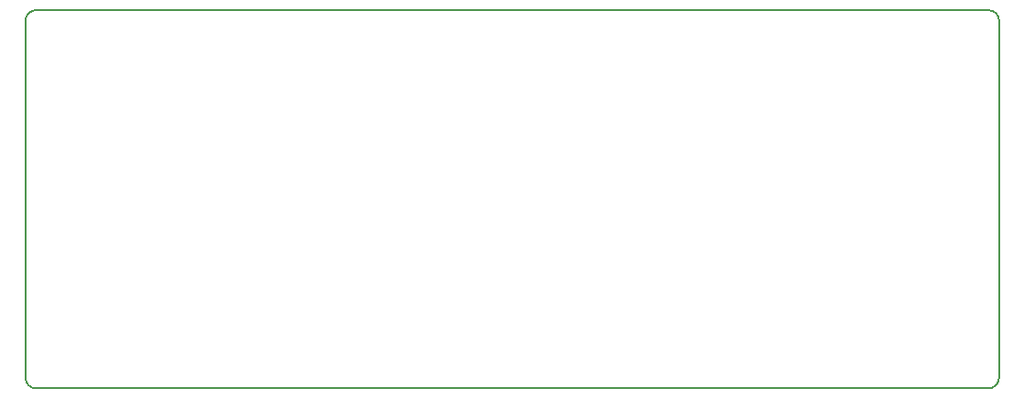
<source format=gm1>
%TF.GenerationSoftware,KiCad,Pcbnew,9.0.0*%
%TF.CreationDate,2025-09-23T12:44:31-04:00*%
%TF.ProjectId,CSC202_LP_MSPM0G3507_3TERM_BREAKOUT,43534332-3032-45f4-9c50-5f4d53504d30,rev?*%
%TF.SameCoordinates,Original*%
%TF.FileFunction,Profile,NP*%
%FSLAX46Y46*%
G04 Gerber Fmt 4.6, Leading zero omitted, Abs format (unit mm)*
G04 Created by KiCad (PCBNEW 9.0.0) date 2025-09-23 12:44:31*
%MOMM*%
%LPD*%
G01*
G04 APERTURE LIST*
%TA.AperFunction,Profile*%
%ADD10C,0.200000*%
%TD*%
G04 APERTURE END LIST*
D10*
X179138927Y-113999798D02*
G75*
G02*
X178138927Y-114999827I-1000027J-2D01*
G01*
X178138927Y-79999798D02*
G75*
G02*
X179138902Y-80999798I-27J-1000002D01*
G01*
X178138927Y-114999798D02*
X90138927Y-114999798D01*
X90138927Y-79999798D02*
X178138927Y-79999798D01*
X90138927Y-114999798D02*
G75*
G02*
X89138902Y-113999798I-27J999998D01*
G01*
X179138927Y-80999798D02*
X179138927Y-113999798D01*
X89138927Y-80999798D02*
G75*
G02*
X90138927Y-79999827I999973J-2D01*
G01*
X89138927Y-113999798D02*
X89138927Y-80999798D01*
M02*

</source>
